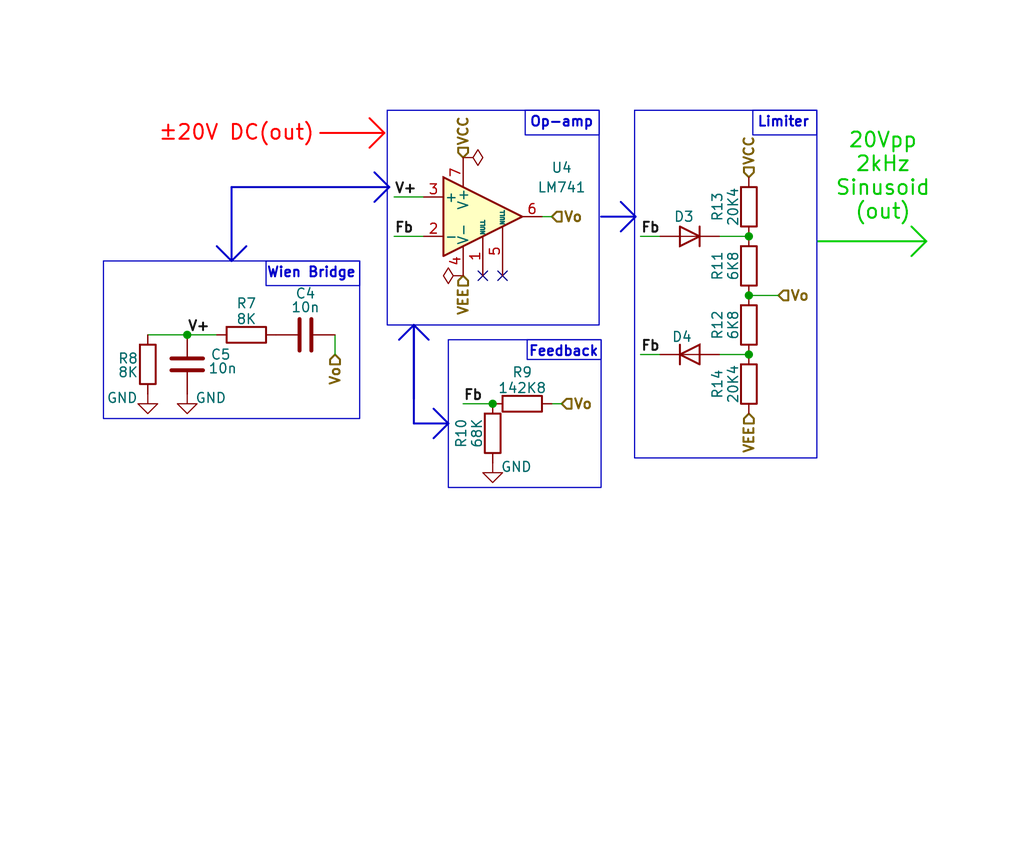
<source format=kicad_sch>
(kicad_sch
	(version 20231120)
	(generator "eeschema")
	(generator_version "8.0")
	(uuid "9eaa71c9-13d7-495a-9705-6e27fc6d65a7")
	(paper "User" 132 110)
	(title_block
		(date "2024-12-06")
		(rev "2.0")
		(company "Bandung Institute of Technology (ITB)")
		(comment 1 "Bostang Palaguna")
		(comment 2 "Designed by:")
	)
	(lib_symbols
		(symbol "Amplifier_Operational:LM741"
			(pin_names
				(offset 0.127)
			)
			(exclude_from_sim no)
			(in_bom yes)
			(on_board yes)
			(property "Reference" "U"
				(at 0 6.35 0)
				(effects
					(font
						(size 1.27 1.27)
					)
					(justify left)
				)
			)
			(property "Value" "LM741"
				(at 0 3.81 0)
				(effects
					(font
						(size 1.27 1.27)
					)
					(justify left)
				)
			)
			(property "Footprint" ""
				(at 1.27 1.27 0)
				(effects
					(font
						(size 1.27 1.27)
					)
					(hide yes)
				)
			)
			(property "Datasheet" "http://www.ti.com/lit/ds/symlink/lm741.pdf"
				(at 3.81 3.81 0)
				(effects
					(font
						(size 1.27 1.27)
					)
					(hide yes)
				)
			)
			(property "Description" "Operational Amplifier, DIP-8/TO-99-8"
				(at 0 0 0)
				(effects
					(font
						(size 1.27 1.27)
					)
					(hide yes)
				)
			)
			(property "ki_keywords" "single opamp"
				(at 0 0 0)
				(effects
					(font
						(size 1.27 1.27)
					)
					(hide yes)
				)
			)
			(property "ki_fp_filters" "SOIC*3.9x4.9mm*P1.27mm* DIP*W7.62mm* TSSOP*3x3mm*P0.65mm*"
				(at 0 0 0)
				(effects
					(font
						(size 1.27 1.27)
					)
					(hide yes)
				)
			)
			(symbol "LM741_0_1"
				(polyline
					(pts
						(xy -5.08 5.08) (xy 5.08 0) (xy -5.08 -5.08) (xy -5.08 5.08)
					)
					(stroke
						(width 0.254)
						(type default)
					)
					(fill
						(type background)
					)
				)
			)
			(symbol "LM741_1_1"
				(pin input line
					(at 0 -7.62 90)
					(length 5.08)
					(name "NULL"
						(effects
							(font
								(size 0.508 0.508)
							)
						)
					)
					(number "1"
						(effects
							(font
								(size 1.27 1.27)
							)
						)
					)
				)
				(pin input line
					(at -7.62 -2.54 0)
					(length 2.54)
					(name "-"
						(effects
							(font
								(size 1.27 1.27)
							)
						)
					)
					(number "2"
						(effects
							(font
								(size 1.27 1.27)
							)
						)
					)
				)
				(pin input line
					(at -7.62 2.54 0)
					(length 2.54)
					(name "+"
						(effects
							(font
								(size 1.27 1.27)
							)
						)
					)
					(number "3"
						(effects
							(font
								(size 1.27 1.27)
							)
						)
					)
				)
				(pin power_in line
					(at -2.54 -7.62 90)
					(length 3.81)
					(name "V-"
						(effects
							(font
								(size 1.27 1.27)
							)
						)
					)
					(number "4"
						(effects
							(font
								(size 1.27 1.27)
							)
						)
					)
				)
				(pin input line
					(at 2.54 -7.62 90)
					(length 6.35)
					(name "NULL"
						(effects
							(font
								(size 0.508 0.508)
							)
						)
					)
					(number "5"
						(effects
							(font
								(size 1.27 1.27)
							)
						)
					)
				)
				(pin output line
					(at 7.62 0 180)
					(length 2.54)
					(name "~"
						(effects
							(font
								(size 1.27 1.27)
							)
						)
					)
					(number "6"
						(effects
							(font
								(size 1.27 1.27)
							)
						)
					)
				)
				(pin power_in line
					(at -2.54 7.62 270)
					(length 3.81)
					(name "V+"
						(effects
							(font
								(size 1.27 1.27)
							)
						)
					)
					(number "7"
						(effects
							(font
								(size 1.27 1.27)
							)
						)
					)
				)
				(pin no_connect line
					(at 0 2.54 270)
					(length 2.54) hide
					(name "NC"
						(effects
							(font
								(size 1.27 1.27)
							)
						)
					)
					(number "8"
						(effects
							(font
								(size 1.27 1.27)
							)
						)
					)
				)
			)
		)
		(symbol "Device:C"
			(pin_numbers hide)
			(pin_names
				(offset 0.254)
			)
			(exclude_from_sim no)
			(in_bom yes)
			(on_board yes)
			(property "Reference" "C"
				(at 0.635 2.54 0)
				(effects
					(font
						(size 1.27 1.27)
					)
					(justify left)
				)
			)
			(property "Value" "C"
				(at 0.635 -2.54 0)
				(effects
					(font
						(size 1.27 1.27)
					)
					(justify left)
				)
			)
			(property "Footprint" ""
				(at 0.9652 -3.81 0)
				(effects
					(font
						(size 1.27 1.27)
					)
					(hide yes)
				)
			)
			(property "Datasheet" "~"
				(at 0 0 0)
				(effects
					(font
						(size 1.27 1.27)
					)
					(hide yes)
				)
			)
			(property "Description" "Unpolarized capacitor"
				(at 0 0 0)
				(effects
					(font
						(size 1.27 1.27)
					)
					(hide yes)
				)
			)
			(property "ki_keywords" "cap capacitor"
				(at 0 0 0)
				(effects
					(font
						(size 1.27 1.27)
					)
					(hide yes)
				)
			)
			(property "ki_fp_filters" "C_*"
				(at 0 0 0)
				(effects
					(font
						(size 1.27 1.27)
					)
					(hide yes)
				)
			)
			(symbol "C_0_1"
				(polyline
					(pts
						(xy -2.032 -0.762) (xy 2.032 -0.762)
					)
					(stroke
						(width 0.508)
						(type default)
					)
					(fill
						(type none)
					)
				)
				(polyline
					(pts
						(xy -2.032 0.762) (xy 2.032 0.762)
					)
					(stroke
						(width 0.508)
						(type default)
					)
					(fill
						(type none)
					)
				)
			)
			(symbol "C_1_1"
				(pin passive line
					(at 0 3.81 270)
					(length 2.794)
					(name "~"
						(effects
							(font
								(size 1.27 1.27)
							)
						)
					)
					(number "1"
						(effects
							(font
								(size 1.27 1.27)
							)
						)
					)
				)
				(pin passive line
					(at 0 -3.81 90)
					(length 2.794)
					(name "~"
						(effects
							(font
								(size 1.27 1.27)
							)
						)
					)
					(number "2"
						(effects
							(font
								(size 1.27 1.27)
							)
						)
					)
				)
			)
		)
		(symbol "Device:D"
			(pin_numbers hide)
			(pin_names
				(offset 1.016) hide)
			(exclude_from_sim no)
			(in_bom yes)
			(on_board yes)
			(property "Reference" "D"
				(at 0 2.54 0)
				(effects
					(font
						(size 1.27 1.27)
					)
				)
			)
			(property "Value" "D"
				(at 0 -2.54 0)
				(effects
					(font
						(size 1.27 1.27)
					)
				)
			)
			(property "Footprint" ""
				(at 0 0 0)
				(effects
					(font
						(size 1.27 1.27)
					)
					(hide yes)
				)
			)
			(property "Datasheet" "~"
				(at 0 0 0)
				(effects
					(font
						(size 1.27 1.27)
					)
					(hide yes)
				)
			)
			(property "Description" "Diode"
				(at 0 0 0)
				(effects
					(font
						(size 1.27 1.27)
					)
					(hide yes)
				)
			)
			(property "Sim.Device" "D"
				(at 0 0 0)
				(effects
					(font
						(size 1.27 1.27)
					)
					(hide yes)
				)
			)
			(property "Sim.Pins" "1=K 2=A"
				(at 0 0 0)
				(effects
					(font
						(size 1.27 1.27)
					)
					(hide yes)
				)
			)
			(property "ki_keywords" "diode"
				(at 0 0 0)
				(effects
					(font
						(size 1.27 1.27)
					)
					(hide yes)
				)
			)
			(property "ki_fp_filters" "TO-???* *_Diode_* *SingleDiode* D_*"
				(at 0 0 0)
				(effects
					(font
						(size 1.27 1.27)
					)
					(hide yes)
				)
			)
			(symbol "D_0_1"
				(polyline
					(pts
						(xy -1.27 1.27) (xy -1.27 -1.27)
					)
					(stroke
						(width 0.254)
						(type default)
					)
					(fill
						(type none)
					)
				)
				(polyline
					(pts
						(xy 1.27 0) (xy -1.27 0)
					)
					(stroke
						(width 0)
						(type default)
					)
					(fill
						(type none)
					)
				)
				(polyline
					(pts
						(xy 1.27 1.27) (xy 1.27 -1.27) (xy -1.27 0) (xy 1.27 1.27)
					)
					(stroke
						(width 0.254)
						(type default)
					)
					(fill
						(type none)
					)
				)
			)
			(symbol "D_1_1"
				(pin passive line
					(at -3.81 0 0)
					(length 2.54)
					(name "K"
						(effects
							(font
								(size 1.27 1.27)
							)
						)
					)
					(number "1"
						(effects
							(font
								(size 1.27 1.27)
							)
						)
					)
				)
				(pin passive line
					(at 3.81 0 180)
					(length 2.54)
					(name "A"
						(effects
							(font
								(size 1.27 1.27)
							)
						)
					)
					(number "2"
						(effects
							(font
								(size 1.27 1.27)
							)
						)
					)
				)
			)
		)
		(symbol "Device:R"
			(pin_numbers hide)
			(pin_names
				(offset 0)
			)
			(exclude_from_sim no)
			(in_bom yes)
			(on_board yes)
			(property "Reference" "R"
				(at 2.032 0 90)
				(effects
					(font
						(size 1.27 1.27)
					)
				)
			)
			(property "Value" "R"
				(at 0 0 90)
				(effects
					(font
						(size 1.27 1.27)
					)
				)
			)
			(property "Footprint" ""
				(at -1.778 0 90)
				(effects
					(font
						(size 1.27 1.27)
					)
					(hide yes)
				)
			)
			(property "Datasheet" "~"
				(at 0 0 0)
				(effects
					(font
						(size 1.27 1.27)
					)
					(hide yes)
				)
			)
			(property "Description" "Resistor"
				(at 0 0 0)
				(effects
					(font
						(size 1.27 1.27)
					)
					(hide yes)
				)
			)
			(property "ki_keywords" "R res resistor"
				(at 0 0 0)
				(effects
					(font
						(size 1.27 1.27)
					)
					(hide yes)
				)
			)
			(property "ki_fp_filters" "R_*"
				(at 0 0 0)
				(effects
					(font
						(size 1.27 1.27)
					)
					(hide yes)
				)
			)
			(symbol "R_0_1"
				(rectangle
					(start -1.016 -2.54)
					(end 1.016 2.54)
					(stroke
						(width 0.254)
						(type default)
					)
					(fill
						(type none)
					)
				)
			)
			(symbol "R_1_1"
				(pin passive line
					(at 0 3.81 270)
					(length 1.27)
					(name "~"
						(effects
							(font
								(size 1.27 1.27)
							)
						)
					)
					(number "1"
						(effects
							(font
								(size 1.27 1.27)
							)
						)
					)
				)
				(pin passive line
					(at 0 -3.81 90)
					(length 1.27)
					(name "~"
						(effects
							(font
								(size 1.27 1.27)
							)
						)
					)
					(number "2"
						(effects
							(font
								(size 1.27 1.27)
							)
						)
					)
				)
			)
		)
		(symbol "power:GND"
			(power)
			(pin_numbers hide)
			(pin_names
				(offset 0) hide)
			(exclude_from_sim no)
			(in_bom yes)
			(on_board yes)
			(property "Reference" "#PWR"
				(at 0 -6.35 0)
				(effects
					(font
						(size 1.27 1.27)
					)
					(hide yes)
				)
			)
			(property "Value" "GND"
				(at 0 -3.81 0)
				(effects
					(font
						(size 1.27 1.27)
					)
				)
			)
			(property "Footprint" ""
				(at 0 0 0)
				(effects
					(font
						(size 1.27 1.27)
					)
					(hide yes)
				)
			)
			(property "Datasheet" ""
				(at 0 0 0)
				(effects
					(font
						(size 1.27 1.27)
					)
					(hide yes)
				)
			)
			(property "Description" "Power symbol creates a global label with name \"GND\" , ground"
				(at 0 0 0)
				(effects
					(font
						(size 1.27 1.27)
					)
					(hide yes)
				)
			)
			(property "ki_keywords" "global power"
				(at 0 0 0)
				(effects
					(font
						(size 1.27 1.27)
					)
					(hide yes)
				)
			)
			(symbol "GND_0_1"
				(polyline
					(pts
						(xy 0 0) (xy 0 -1.27) (xy 1.27 -1.27) (xy 0 -2.54) (xy -1.27 -1.27) (xy 0 -1.27)
					)
					(stroke
						(width 0)
						(type default)
					)
					(fill
						(type none)
					)
				)
			)
			(symbol "GND_1_1"
				(pin power_in line
					(at 0 0 270)
					(length 0)
					(name "~"
						(effects
							(font
								(size 1.27 1.27)
							)
						)
					)
					(number "1"
						(effects
							(font
								(size 1.27 1.27)
							)
						)
					)
				)
			)
		)
		(symbol "power:PWR_FLAG"
			(power)
			(pin_numbers hide)
			(pin_names
				(offset 0) hide)
			(exclude_from_sim no)
			(in_bom yes)
			(on_board yes)
			(property "Reference" "#FLG"
				(at 0 1.905 0)
				(effects
					(font
						(size 1.27 1.27)
					)
					(hide yes)
				)
			)
			(property "Value" "PWR_FLAG"
				(at 0 3.81 0)
				(effects
					(font
						(size 1.27 1.27)
					)
				)
			)
			(property "Footprint" ""
				(at 0 0 0)
				(effects
					(font
						(size 1.27 1.27)
					)
					(hide yes)
				)
			)
			(property "Datasheet" "~"
				(at 0 0 0)
				(effects
					(font
						(size 1.27 1.27)
					)
					(hide yes)
				)
			)
			(property "Description" "Special symbol for telling ERC where power comes from"
				(at 0 0 0)
				(effects
					(font
						(size 1.27 1.27)
					)
					(hide yes)
				)
			)
			(property "ki_keywords" "flag power"
				(at 0 0 0)
				(effects
					(font
						(size 1.27 1.27)
					)
					(hide yes)
				)
			)
			(symbol "PWR_FLAG_0_0"
				(pin power_out line
					(at 0 0 90)
					(length 0)
					(name "~"
						(effects
							(font
								(size 1.27 1.27)
							)
						)
					)
					(number "1"
						(effects
							(font
								(size 1.27 1.27)
							)
						)
					)
				)
			)
			(symbol "PWR_FLAG_0_1"
				(polyline
					(pts
						(xy 0 0) (xy 0 1.27) (xy -1.016 1.905) (xy 0 2.54) (xy 1.016 1.905) (xy 0 1.27)
					)
					(stroke
						(width 0)
						(type default)
					)
					(fill
						(type none)
					)
				)
			)
		)
	)
	(junction
		(at 96.52 38.1)
		(diameter 0)
		(color 0 0 0 0)
		(uuid "08b7baed-09b9-4e6e-af71-8b1d377a5ab6")
	)
	(junction
		(at 24.13 43.18)
		(diameter 0)
		(color 0 0 0 0)
		(uuid "272ec87d-837b-492f-918e-5ebba84070c7")
	)
	(junction
		(at 63.5 52.07)
		(diameter 0)
		(color 0 0 0 0)
		(uuid "9d1fd225-f7ae-42c4-91f8-acebbcca0b7f")
	)
	(junction
		(at 96.52 45.72)
		(diameter 0)
		(color 0 0 0 0)
		(uuid "cb9e306f-8281-4a93-a255-fe3b6f257a9b")
	)
	(junction
		(at 96.52 30.48)
		(diameter 0)
		(color 0 0 0 0)
		(uuid "e4545f1d-ea43-438c-b9ad-9af3bbb769ee")
	)
	(no_connect
		(at 62.23 35.56)
		(uuid "4dedc0cc-a293-46f2-b95b-15f3cb020295")
	)
	(no_connect
		(at 64.77 35.56)
		(uuid "bf392f05-ba8d-458a-8c70-f2a35a0adafe")
	)
	(wire
		(pts
			(xy 92.71 45.72) (xy 96.52 45.72)
		)
		(stroke
			(width 0)
			(type default)
		)
		(uuid "00056eef-a4fa-4dfd-87fd-db1fa10e8f6c")
	)
	(polyline
		(pts
			(xy 29.845 24.13) (xy 29.845 33.655)
		)
		(stroke
			(width 0.254)
			(type default)
		)
		(uuid "03deb0c5-bdb6-468f-83be-4a929390a194")
	)
	(polyline
		(pts
			(xy 80.01 29.845) (xy 81.915 27.94)
		)
		(stroke
			(width 0.254)
			(type default)
		)
		(uuid "0a4f9a78-f087-4fe7-a675-015ef90aa524")
	)
	(wire
		(pts
			(xy 19.05 43.18) (xy 24.13 43.18)
		)
		(stroke
			(width 0)
			(type default)
		)
		(uuid "29830b7b-0577-4ede-8bc0-470db6e54e74")
	)
	(wire
		(pts
			(xy 43.18 45.72) (xy 43.18 43.18)
		)
		(stroke
			(width 0)
			(type default)
		)
		(uuid "2f81763a-046d-4978-8529-606527da3e0f")
	)
	(polyline
		(pts
			(xy 80.01 26.035) (xy 81.915 27.94)
		)
		(stroke
			(width 0.254)
			(type default)
		)
		(uuid "34c59c26-7004-44f6-a345-509de6bc8b4d")
	)
	(wire
		(pts
			(xy 24.13 43.18) (xy 27.94 43.18)
		)
		(stroke
			(width 0)
			(type default)
		)
		(uuid "3544a888-167b-4f9c-a786-a86f89b6eb6b")
	)
	(polyline
		(pts
			(xy 53.34 54.61) (xy 57.785 54.61)
		)
		(stroke
			(width 0.254)
			(type default)
		)
		(uuid "380870a2-65f7-43e6-b26f-588024709d83")
	)
	(wire
		(pts
			(xy 71.12 27.94) (xy 69.85 27.94)
		)
		(stroke
			(width 0)
			(type default)
		)
		(uuid "3a8e90f5-da41-40b5-87e5-2c2bbe7ef738")
	)
	(wire
		(pts
			(xy 50.8 25.4) (xy 54.61 25.4)
		)
		(stroke
			(width 0)
			(type default)
		)
		(uuid "42a16945-1c0e-477c-9d69-b31adb2826dd")
	)
	(polyline
		(pts
			(xy 51.435 43.815) (xy 53.34 41.91)
		)
		(stroke
			(width 0.254)
			(type default)
		)
		(uuid "54cf2525-ed37-49c1-a892-dcbfd79df005")
	)
	(polyline
		(pts
			(xy 117.475 33.02) (xy 119.38 31.115)
		)
		(stroke
			(width 0.254)
			(type default)
			(color 0 194 0 1)
		)
		(uuid "5790b6a7-9372-4a09-8c3a-c317d095b271")
	)
	(polyline
		(pts
			(xy 47.625 19.05) (xy 49.53 17.145)
		)
		(stroke
			(width 0.254)
			(type default)
			(color 255 0 0 1)
		)
		(uuid "5d1ce918-e381-4a7c-a66f-cbbf23c4b5cc")
	)
	(polyline
		(pts
			(xy 48.26 26.035) (xy 50.165 24.13)
		)
		(stroke
			(width 0.254)
			(type default)
		)
		(uuid "61fe7dff-da8e-4880-97ca-6ff59324dfdf")
	)
	(polyline
		(pts
			(xy 27.94 31.75) (xy 29.845 33.655)
		)
		(stroke
			(width 0.254)
			(type default)
		)
		(uuid "64445fd3-7813-4baf-a3e9-02b4432c5e9b")
	)
	(polyline
		(pts
			(xy 55.88 52.705) (xy 57.785 54.61)
		)
		(stroke
			(width 0.254)
			(type default)
		)
		(uuid "6bc1bc19-e5d0-4d03-a40b-468d5286a712")
	)
	(polyline
		(pts
			(xy 53.34 54.61) (xy 53.34 41.91)
		)
		(stroke
			(width 0.254)
			(type default)
		)
		(uuid "86557dfb-8f55-4585-adc2-8a893ef3ef35")
	)
	(wire
		(pts
			(xy 59.69 52.07) (xy 63.5 52.07)
		)
		(stroke
			(width 0)
			(type default)
		)
		(uuid "9ff1c8dc-1f1e-451a-9f03-b28695cfbfef")
	)
	(wire
		(pts
			(xy 82.55 30.48) (xy 85.09 30.48)
		)
		(stroke
			(width 0)
			(type default)
		)
		(uuid "a22a7fe9-2bd5-4cc6-8a84-a4eb151155a3")
	)
	(wire
		(pts
			(xy 72.39 52.07) (xy 71.12 52.07)
		)
		(stroke
			(width 0)
			(type default)
		)
		(uuid "a6bf2c2e-92be-48c2-8495-5b7cc204761a")
	)
	(wire
		(pts
			(xy 82.55 45.72) (xy 85.09 45.72)
		)
		(stroke
			(width 0)
			(type default)
		)
		(uuid "a81565dd-0c3b-4dac-bcfd-bcaf16dc9541")
	)
	(polyline
		(pts
			(xy 31.75 31.75) (xy 29.845 33.655)
		)
		(stroke
			(width 0.254)
			(type default)
		)
		(uuid "b80ca7ec-5139-4f98-9266-443f4c064819")
	)
	(wire
		(pts
			(xy 92.71 30.48) (xy 96.52 30.48)
		)
		(stroke
			(width 0)
			(type default)
		)
		(uuid "b967450c-e674-47e3-b765-c0fbcb69aedf")
	)
	(wire
		(pts
			(xy 50.8 30.48) (xy 54.61 30.48)
		)
		(stroke
			(width 0)
			(type default)
		)
		(uuid "ba81a281-0f88-4306-8ab8-01d33c0b9a7e")
	)
	(polyline
		(pts
			(xy 55.245 43.815) (xy 53.34 41.91)
		)
		(stroke
			(width 0.254)
			(type default)
		)
		(uuid "cc18af82-792c-4f7d-a5a6-70cb06f84373")
	)
	(polyline
		(pts
			(xy 48.26 22.225) (xy 50.165 24.13)
		)
		(stroke
			(width 0.254)
			(type default)
		)
		(uuid "cf43aaef-6b41-4ad1-bf22-674bed638395")
	)
	(polyline
		(pts
			(xy 53.34 41.91) (xy 53.34 51.435)
		)
		(stroke
			(width 0.254)
			(type default)
		)
		(uuid "cfee5cfb-2c17-475b-a8c2-a1b04f5f0137")
	)
	(polyline
		(pts
			(xy 55.88 56.515) (xy 57.785 54.61)
		)
		(stroke
			(width 0.254)
			(type default)
		)
		(uuid "d24edcc5-83c9-42ea-a8f5-6b59b324c94e")
	)
	(polyline
		(pts
			(xy 41.275 17.145) (xy 49.53 17.145)
		)
		(stroke
			(width 0.254)
			(type default)
			(color 255 0 0 1)
		)
		(uuid "d4c8bf3f-b4c8-468c-a7a8-f775be26f66d")
	)
	(polyline
		(pts
			(xy 47.625 15.24) (xy 49.53 17.145)
		)
		(stroke
			(width 0.254)
			(type default)
			(color 255 0 0 1)
		)
		(uuid "dc40f620-5137-4828-b164-dd1953c737ce")
	)
	(polyline
		(pts
			(xy 105.41 31.115) (xy 119.38 31.115)
		)
		(stroke
			(width 0.254)
			(type default)
			(color 0 194 0 1)
		)
		(uuid "eb602251-642d-4f7b-92b3-b88d59f00b7e")
	)
	(polyline
		(pts
			(xy 29.845 24.13) (xy 50.165 24.13)
		)
		(stroke
			(width 0.254)
			(type default)
		)
		(uuid "ec8a079d-9e39-4889-b7af-96408b7b6155")
	)
	(polyline
		(pts
			(xy 117.475 29.21) (xy 119.38 31.115)
		)
		(stroke
			(width 0.254)
			(type default)
			(color 0 194 0 1)
		)
		(uuid "f40fb454-a2e6-45e7-a9d3-635c48577e35")
	)
	(polyline
		(pts
			(xy 77.47 27.94) (xy 81.915 27.94)
		)
		(stroke
			(width 0.254)
			(type default)
		)
		(uuid "f57847af-bdd7-462d-9ea3-43d8d796bb22")
	)
	(wire
		(pts
			(xy 100.33 38.1) (xy 96.52 38.1)
		)
		(stroke
			(width 0)
			(type default)
		)
		(uuid "f758a16b-362a-44ba-b688-d58c964f04c0")
	)
	(rectangle
		(start 49.911 14.224)
		(end 77.216 41.91)
		(stroke
			(width 0)
			(type default)
		)
		(fill
			(type none)
		)
		(uuid 0e2a3108-0227-4f75-8fc4-e150eb25cf64)
	)
	(rectangle
		(start 81.788 14.224)
		(end 105.283 59.055)
		(stroke
			(width 0)
			(type default)
		)
		(fill
			(type none)
		)
		(uuid 5750fb73-f025-48bb-ac79-2c466d444e1a)
	)
	(rectangle
		(start 34.29 33.655)
		(end 46.355 36.83)
		(stroke
			(width 0)
			(type default)
		)
		(fill
			(type none)
		)
		(uuid a9094923-78af-439b-9595-b4e9abd3857f)
	)
	(rectangle
		(start 67.691 14.224)
		(end 77.216 17.399)
		(stroke
			(width 0)
			(type default)
		)
		(fill
			(type none)
		)
		(uuid b32e167d-43b5-4105-a033-6235a3c46f87)
	)
	(rectangle
		(start 13.335 33.655)
		(end 46.355 53.975)
		(stroke
			(width 0)
			(type default)
		)
		(fill
			(type none)
		)
		(uuid be098bf2-61f1-45ed-bb0f-a728f8887c3a)
	)
	(rectangle
		(start 57.785 43.815)
		(end 77.47 62.865)
		(stroke
			(width 0)
			(type default)
		)
		(fill
			(type none)
		)
		(uuid d954847c-5c9c-44de-bb55-17b966040817)
	)
	(rectangle
		(start 67.945 43.815)
		(end 77.47 46.355)
		(stroke
			(width 0)
			(type default)
		)
		(fill
			(type none)
		)
		(uuid e8eab4f9-c0da-487b-ad91-0824a21ffdd8)
	)
	(rectangle
		(start 97.028 14.224)
		(end 105.283 17.399)
		(stroke
			(width 0)
			(type default)
		)
		(fill
			(type none)
		)
		(uuid fcd926a0-45a1-452c-9e9b-5720fc038e52)
	)
	(text "Feedback"
		(exclude_from_sim no)
		(at 72.644 45.466 0)
		(effects
			(font
				(size 1.27 1.27)
				(thickness 0.254)
				(bold yes)
			)
		)
		(uuid "02c4ac83-3815-47a6-a362-8e3eb682ada1")
	)
	(text "Limiter"
		(exclude_from_sim no)
		(at 100.965 15.875 0)
		(effects
			(font
				(size 1.27 1.27)
				(thickness 0.254)
				(bold yes)
			)
		)
		(uuid "0672de31-4c80-4f53-bd2b-d563c6492bc1")
	)
	(text "Wien Bridge"
		(exclude_from_sim no)
		(at 40.132 35.306 0)
		(effects
			(font
				(size 1.27 1.27)
				(thickness 0.254)
				(bold yes)
			)
		)
		(uuid "2c5161f0-160a-4687-a07b-504122e40bb3")
	)
	(text "±20V DC(out)"
		(exclude_from_sim no)
		(at 30.48 17.272 0)
		(effects
			(font
				(size 1.905 1.905)
				(thickness 0.254)
				(bold yes)
				(color 255 0 0 1)
			)
		)
		(uuid "2e88617f-44dc-4179-90cb-14080f7e56a6")
	)
	(text "20Vpp\n2kHz\nSinusoid\n(out)"
		(exclude_from_sim no)
		(at 113.792 22.86 0)
		(effects
			(font
				(size 1.905 1.905)
				(thickness 0.254)
				(bold yes)
				(color 0 194 0 1)
			)
		)
		(uuid "742adaa1-bdae-45b5-b634-537a3a26429b")
	)
	(text "Op-amp"
		(exclude_from_sim no)
		(at 72.39 15.875 0)
		(effects
			(font
				(size 1.27 1.27)
				(thickness 0.254)
				(bold yes)
			)
		)
		(uuid "f4305f42-286a-44a2-97d9-688c4f141312")
	)
	(label "V+"
		(at 50.8 25.4 0)
		(fields_autoplaced yes)
		(effects
			(font
				(size 1.27 1.27)
				(thickness 0.254)
				(bold yes)
			)
			(justify left bottom)
		)
		(uuid "290a8187-bfce-4044-8657-e07e961fa85d")
	)
	(label "Fb"
		(at 82.55 45.72 0)
		(fields_autoplaced yes)
		(effects
			(font
				(size 1.27 1.27)
				(thickness 0.254)
				(bold yes)
			)
			(justify left bottom)
		)
		(uuid "4b958182-3e73-482e-a1c7-384f4093044d")
	)
	(label "Fb"
		(at 82.55 30.48 0)
		(fields_autoplaced yes)
		(effects
			(font
				(size 1.27 1.27)
				(thickness 0.254)
				(bold yes)
			)
			(justify left bottom)
		)
		(uuid "743e3b6c-e5e7-4719-83cd-18348a70dc2f")
	)
	(label "V+"
		(at 24.13 43.18 0)
		(fields_autoplaced yes)
		(effects
			(font
				(size 1.27 1.27)
				(thickness 0.254)
				(bold yes)
			)
			(justify left bottom)
		)
		(uuid "8473f37e-8ee1-4aa6-a159-990f1bc46f45")
	)
	(label "Fb"
		(at 59.69 52.07 0)
		(fields_autoplaced yes)
		(effects
			(font
				(size 1.27 1.27)
				(thickness 0.254)
				(bold yes)
			)
			(justify left bottom)
		)
		(uuid "9ce78b43-b78d-4c47-9985-4b258fb51fd8")
	)
	(label "Fb"
		(at 50.8 30.48 0)
		(fields_autoplaced yes)
		(effects
			(font
				(size 1.27 1.27)
				(thickness 0.254)
				(bold yes)
			)
			(justify left bottom)
		)
		(uuid "a5dbbaf8-af9c-452d-a8fa-bbd924c844e6")
	)
	(hierarchical_label "VEE"
		(shape input)
		(at 96.52 53.34 270)
		(fields_autoplaced yes)
		(effects
			(font
				(size 1.27 1.27)
				(thickness 0.254)
				(bold yes)
			)
			(justify right)
		)
		(uuid "004f3c70-4ad9-4762-ae03-a2319e3f5f51")
	)
	(hierarchical_label "VCC"
		(shape input)
		(at 96.52 22.86 90)
		(fields_autoplaced yes)
		(effects
			(font
				(size 1.27 1.27)
				(thickness 0.254)
				(bold yes)
			)
			(justify left)
		)
		(uuid "185b1ba7-3da1-4d16-85f0-38bf1b07ebc5")
	)
	(hierarchical_label "Vo"
		(shape input)
		(at 71.12 27.94 0)
		(fields_autoplaced yes)
		(effects
			(font
				(size 1.27 1.27)
				(thickness 0.254)
				(bold yes)
			)
			(justify left)
		)
		(uuid "2f4c4ebc-ccb3-4065-a59b-8e301eb95582")
	)
	(hierarchical_label "VCC"
		(shape input)
		(at 59.69 20.32 90)
		(fields_autoplaced yes)
		(effects
			(font
				(size 1.27 1.27)
				(thickness 0.254)
				(bold yes)
			)
			(justify left)
		)
		(uuid "4554509d-ba8a-4a5f-b5b2-2e1a8ec17f68")
	)
	(hierarchical_label "Vo"
		(shape input)
		(at 72.39 52.07 0)
		(fields_autoplaced yes)
		(effects
			(font
				(size 1.27 1.27)
				(thickness 0.254)
				(bold yes)
			)
			(justify left)
		)
		(uuid "5bf83bdb-ab6b-42bd-97bc-66cb905122b6")
	)
	(hierarchical_label "VEE"
		(shape input)
		(at 59.69 35.56 270)
		(fields_autoplaced yes)
		(effects
			(font
				(size 1.27 1.27)
				(thickness 0.254)
				(bold yes)
			)
			(justify right)
		)
		(uuid "cf929898-995d-4e71-bc42-08d4ffee19a3")
	)
	(hierarchical_label "Vo"
		(shape input)
		(at 43.18 45.72 270)
		(fields_autoplaced yes)
		(effects
			(font
				(size 1.27 1.27)
				(thickness 0.254)
				(bold yes)
			)
			(justify right)
		)
		(uuid "df918f25-3e5b-4cd6-83d2-c2dc4b43f2bc")
	)
	(hierarchical_label "Vo"
		(shape input)
		(at 100.33 38.1 0)
		(fields_autoplaced yes)
		(effects
			(font
				(size 1.27 1.27)
				(thickness 0.254)
				(bold yes)
			)
			(justify left)
		)
		(uuid "e299ee5a-1427-44dc-90bd-ae73915d7989")
	)
	(symbol
		(lib_id "Device:R")
		(at 96.52 26.67 180)
		(unit 1)
		(exclude_from_sim no)
		(in_bom yes)
		(on_board yes)
		(dnp no)
		(uuid "1292e53b-971e-4f53-b121-e0c7651060bc")
		(property "Reference" "R13"
			(at 92.456 26.67 90)
			(effects
				(font
					(size 1.27 1.27)
				)
			)
		)
		(property "Value" "20K4"
			(at 94.488 26.67 90)
			(effects
				(font
					(size 1.27 1.27)
				)
			)
		)
		(property "Footprint" "Resistor_SMD:R_0805_2012Metric"
			(at 98.298 26.67 90)
			(effects
				(font
					(size 1.27 1.27)
				)
				(hide yes)
			)
		)
		(property "Datasheet" "~"
			(at 96.52 26.67 0)
			(effects
				(font
					(size 1.27 1.27)
				)
				(hide yes)
			)
		)
		(property "Description" "Resistor"
			(at 96.52 26.67 0)
			(effects
				(font
					(size 1.27 1.27)
				)
				(hide yes)
			)
		)
		(pin "2"
			(uuid "a11274e6-7a4a-44b9-97ed-d3068cebdcdd")
		)
		(pin "1"
			(uuid "4d65d7ab-1961-4f10-9346-b807408e8cab")
		)
		(instances
			(project "Oscillator"
				(path "/1d29a7fc-1fbc-4199-a284-9ee32b286530/97819619-fb50-46fb-ae63-8f8da4fd6248"
					(reference "R13")
					(unit 1)
				)
			)
		)
	)
	(symbol
		(lib_id "Device:R")
		(at 31.75 43.18 90)
		(unit 1)
		(exclude_from_sim no)
		(in_bom yes)
		(on_board yes)
		(dnp no)
		(uuid "15ee12c6-9690-4d27-a1ef-ae7a597d8ab8")
		(property "Reference" "R7"
			(at 31.75 39.116 90)
			(effects
				(font
					(size 1.27 1.27)
				)
			)
		)
		(property "Value" "8K"
			(at 31.75 41.148 90)
			(effects
				(font
					(size 1.27 1.27)
				)
			)
		)
		(property "Footprint" "Resistor_SMD:R_0805_2012Metric"
			(at 31.75 44.958 90)
			(effects
				(font
					(size 1.27 1.27)
				)
				(hide yes)
			)
		)
		(property "Datasheet" "~"
			(at 31.75 43.18 0)
			(effects
				(font
					(size 1.27 1.27)
				)
				(hide yes)
			)
		)
		(property "Description" "Resistor"
			(at 31.75 43.18 0)
			(effects
				(font
					(size 1.27 1.27)
				)
				(hide yes)
			)
		)
		(pin "2"
			(uuid "0861f6e1-dde5-40c8-acaa-c16c4bd2dc37")
		)
		(pin "1"
			(uuid "1f8a5bb5-6439-4910-9eec-56d2d2d28e57")
		)
		(instances
			(project ""
				(path "/1d29a7fc-1fbc-4199-a284-9ee32b286530/97819619-fb50-46fb-ae63-8f8da4fd6248"
					(reference "R7")
					(unit 1)
				)
			)
		)
	)
	(symbol
		(lib_id "power:PWR_FLAG")
		(at 59.69 35.56 90)
		(unit 1)
		(exclude_from_sim no)
		(in_bom yes)
		(on_board yes)
		(dnp no)
		(fields_autoplaced yes)
		(uuid "387069df-dd9c-4cee-a205-2b77ed2cea99")
		(property "Reference" "#FLG05"
			(at 57.785 35.56 0)
			(effects
				(font
					(size 1.27 1.27)
				)
				(hide yes)
			)
		)
		(property "Value" "PWR_FLAG"
			(at 55.88 35.5601 90)
			(effects
				(font
					(size 1.27 1.27)
				)
				(justify left)
				(hide yes)
			)
		)
		(property "Footprint" ""
			(at 59.69 35.56 0)
			(effects
				(font
					(size 1.27 1.27)
				)
				(hide yes)
			)
		)
		(property "Datasheet" "~"
			(at 59.69 35.56 0)
			(effects
				(font
					(size 1.27 1.27)
				)
				(hide yes)
			)
		)
		(property "Description" "Special symbol for telling ERC where power comes from"
			(at 59.69 35.56 0)
			(effects
				(font
					(size 1.27 1.27)
				)
				(hide yes)
			)
		)
		(pin "1"
			(uuid "dfb3d79c-2e82-467f-ba1f-78aa63e87ba6")
		)
		(instances
			(project "Oscillator"
				(path "/1d29a7fc-1fbc-4199-a284-9ee32b286530/97819619-fb50-46fb-ae63-8f8da4fd6248"
					(reference "#FLG05")
					(unit 1)
				)
			)
		)
	)
	(symbol
		(lib_id "power:PWR_FLAG")
		(at 59.69 20.32 270)
		(unit 1)
		(exclude_from_sim no)
		(in_bom yes)
		(on_board yes)
		(dnp no)
		(fields_autoplaced yes)
		(uuid "57ad73c6-be0d-4323-b2a9-8d6ccae33e51")
		(property "Reference" "#FLG04"
			(at 61.595 20.32 0)
			(effects
				(font
					(size 1.27 1.27)
				)
				(hide yes)
			)
		)
		(property "Value" "PWR_FLAG"
			(at 63.5 20.3199 90)
			(effects
				(font
					(size 1.27 1.27)
				)
				(justify left)
				(hide yes)
			)
		)
		(property "Footprint" ""
			(at 59.69 20.32 0)
			(effects
				(font
					(size 1.27 1.27)
				)
				(hide yes)
			)
		)
		(property "Datasheet" "~"
			(at 59.69 20.32 0)
			(effects
				(font
					(size 1.27 1.27)
				)
				(hide yes)
			)
		)
		(property "Description" "Special symbol for telling ERC where power comes from"
			(at 59.69 20.32 0)
			(effects
				(font
					(size 1.27 1.27)
				)
				(hide yes)
			)
		)
		(pin "1"
			(uuid "3a8a8587-4ef0-487e-a5dc-e5094d503155")
		)
		(instances
			(project ""
				(path "/1d29a7fc-1fbc-4199-a284-9ee32b286530/97819619-fb50-46fb-ae63-8f8da4fd6248"
					(reference "#FLG04")
					(unit 1)
				)
			)
		)
	)
	(symbol
		(lib_id "Device:R")
		(at 96.52 34.29 180)
		(unit 1)
		(exclude_from_sim no)
		(in_bom yes)
		(on_board yes)
		(dnp no)
		(uuid "889dd009-1af5-42a1-8052-04d311022073")
		(property "Reference" "R11"
			(at 92.456 34.29 90)
			(effects
				(font
					(size 1.27 1.27)
				)
			)
		)
		(property "Value" "6K8"
			(at 94.488 34.29 90)
			(effects
				(font
					(size 1.27 1.27)
				)
			)
		)
		(property "Footprint" "Resistor_SMD:R_0805_2012Metric"
			(at 98.298 34.29 90)
			(effects
				(font
					(size 1.27 1.27)
				)
				(hide yes)
			)
		)
		(property "Datasheet" "~"
			(at 96.52 34.29 0)
			(effects
				(font
					(size 1.27 1.27)
				)
				(hide yes)
			)
		)
		(property "Description" "Resistor"
			(at 96.52 34.29 0)
			(effects
				(font
					(size 1.27 1.27)
				)
				(hide yes)
			)
		)
		(pin "2"
			(uuid "90356a63-2806-47e7-87e5-bfcff1a6091e")
		)
		(pin "1"
			(uuid "3c31cf9e-bae7-4897-b1b5-014b8b7c8a63")
		)
		(instances
			(project "Oscillator"
				(path "/1d29a7fc-1fbc-4199-a284-9ee32b286530/97819619-fb50-46fb-ae63-8f8da4fd6248"
					(reference "R11")
					(unit 1)
				)
			)
		)
	)
	(symbol
		(lib_id "Device:D")
		(at 88.9 30.48 180)
		(unit 1)
		(exclude_from_sim no)
		(in_bom yes)
		(on_board yes)
		(dnp no)
		(uuid "8a0927b2-182e-4b7c-b603-d81a25c26dcf")
		(property "Reference" "D3"
			(at 88.138 27.94 0)
			(effects
				(font
					(size 1.27 1.27)
				)
			)
		)
		(property "Value" "D"
			(at 88.9 26.67 0)
			(effects
				(font
					(size 1.27 1.27)
				)
				(hide yes)
			)
		)
		(property "Footprint" "Diode_SMD:D_SOD-323"
			(at 88.9 30.48 0)
			(effects
				(font
					(size 1.27 1.27)
				)
				(hide yes)
			)
		)
		(property "Datasheet" "~"
			(at 88.9 30.48 0)
			(effects
				(font
					(size 1.27 1.27)
				)
				(hide yes)
			)
		)
		(property "Description" "Diode"
			(at 88.9 30.48 0)
			(effects
				(font
					(size 1.27 1.27)
				)
				(hide yes)
			)
		)
		(property "Sim.Device" "D"
			(at 88.9 30.48 0)
			(effects
				(font
					(size 1.27 1.27)
				)
				(hide yes)
			)
		)
		(property "Sim.Pins" "1=K 2=A"
			(at 88.9 30.48 0)
			(effects
				(font
					(size 1.27 1.27)
				)
				(hide yes)
			)
		)
		(pin "2"
			(uuid "a00d7da9-208b-4daa-8830-09e5e403f7a1")
		)
		(pin "1"
			(uuid "3bb92003-0537-4fed-a642-fbc7f4e40b7b")
		)
		(instances
			(project ""
				(path "/1d29a7fc-1fbc-4199-a284-9ee32b286530/97819619-fb50-46fb-ae63-8f8da4fd6248"
					(reference "D3")
					(unit 1)
				)
			)
		)
	)
	(symbol
		(lib_id "power:GND")
		(at 63.5 59.69 0)
		(unit 1)
		(exclude_from_sim no)
		(in_bom yes)
		(on_board yes)
		(dnp no)
		(uuid "97bcef86-d247-40c3-b063-90a1d963f564")
		(property "Reference" "#PWR020"
			(at 63.5 66.04 0)
			(effects
				(font
					(size 1.27 1.27)
				)
				(hide yes)
			)
		)
		(property "Value" "GND"
			(at 66.548 60.198 0)
			(effects
				(font
					(size 1.27 1.27)
				)
			)
		)
		(property "Footprint" ""
			(at 63.5 59.69 0)
			(effects
				(font
					(size 1.27 1.27)
				)
				(hide yes)
			)
		)
		(property "Datasheet" ""
			(at 63.5 59.69 0)
			(effects
				(font
					(size 1.27 1.27)
				)
				(hide yes)
			)
		)
		(property "Description" "Power symbol creates a global label with name \"GND\" , ground"
			(at 63.5 59.69 0)
			(effects
				(font
					(size 1.27 1.27)
				)
				(hide yes)
			)
		)
		(pin "1"
			(uuid "85c0fc40-7280-43b9-be90-56ed50e7fb34")
		)
		(instances
			(project "Oscillator"
				(path "/1d29a7fc-1fbc-4199-a284-9ee32b286530/97819619-fb50-46fb-ae63-8f8da4fd6248"
					(reference "#PWR020")
					(unit 1)
				)
			)
		)
	)
	(symbol
		(lib_id "Device:R")
		(at 96.52 49.53 180)
		(unit 1)
		(exclude_from_sim no)
		(in_bom yes)
		(on_board yes)
		(dnp no)
		(uuid "9c2eeeb9-b1aa-47c7-b7c4-8c68e763b2a7")
		(property "Reference" "R14"
			(at 92.456 49.53 90)
			(effects
				(font
					(size 1.27 1.27)
				)
			)
		)
		(property "Value" "20K4"
			(at 94.488 49.53 90)
			(effects
				(font
					(size 1.27 1.27)
				)
			)
		)
		(property "Footprint" "Resistor_SMD:R_0805_2012Metric"
			(at 98.298 49.53 90)
			(effects
				(font
					(size 1.27 1.27)
				)
				(hide yes)
			)
		)
		(property "Datasheet" "~"
			(at 96.52 49.53 0)
			(effects
				(font
					(size 1.27 1.27)
				)
				(hide yes)
			)
		)
		(property "Description" "Resistor"
			(at 96.52 49.53 0)
			(effects
				(font
					(size 1.27 1.27)
				)
				(hide yes)
			)
		)
		(pin "2"
			(uuid "09a0b803-6e42-48fa-ad55-625a91842d97")
		)
		(pin "1"
			(uuid "c66304c6-8f17-474a-b69d-92f548dfdbc1")
		)
		(instances
			(project "Oscillator"
				(path "/1d29a7fc-1fbc-4199-a284-9ee32b286530/97819619-fb50-46fb-ae63-8f8da4fd6248"
					(reference "R14")
					(unit 1)
				)
			)
		)
	)
	(symbol
		(lib_id "Device:C")
		(at 39.37 43.18 90)
		(unit 1)
		(exclude_from_sim no)
		(in_bom yes)
		(on_board yes)
		(dnp no)
		(uuid "a621b15f-9fcc-498e-a8e2-59d5a408f96f")
		(property "Reference" "C4"
			(at 39.37 37.846 90)
			(effects
				(font
					(size 1.27 1.27)
				)
			)
		)
		(property "Value" "10n"
			(at 39.37 39.624 90)
			(effects
				(font
					(size 1.27 1.27)
				)
			)
		)
		(property "Footprint" "Capacitor_SMD:C_0805_2012Metric"
			(at 43.18 42.2148 0)
			(effects
				(font
					(size 1.27 1.27)
				)
				(hide yes)
			)
		)
		(property "Datasheet" "~"
			(at 39.37 43.18 0)
			(effects
				(font
					(size 1.27 1.27)
				)
				(hide yes)
			)
		)
		(property "Description" "Unpolarized capacitor"
			(at 39.37 43.18 0)
			(effects
				(font
					(size 1.27 1.27)
				)
				(hide yes)
			)
		)
		(pin "2"
			(uuid "dda943d5-be41-4ec2-95ab-9611b7a90321")
		)
		(pin "1"
			(uuid "f42b5923-b722-4cbd-9755-376d1214a313")
		)
		(instances
			(project ""
				(path "/1d29a7fc-1fbc-4199-a284-9ee32b286530/97819619-fb50-46fb-ae63-8f8da4fd6248"
					(reference "C4")
					(unit 1)
				)
			)
		)
	)
	(symbol
		(lib_id "Device:D")
		(at 88.9 45.72 0)
		(unit 1)
		(exclude_from_sim no)
		(in_bom yes)
		(on_board yes)
		(dnp no)
		(uuid "aa3436dd-3051-4424-933f-e75c3bb80c85")
		(property "Reference" "D4"
			(at 87.884 43.434 0)
			(effects
				(font
					(size 1.27 1.27)
				)
			)
		)
		(property "Value" "D"
			(at 88.9 41.91 0)
			(effects
				(font
					(size 1.27 1.27)
				)
				(hide yes)
			)
		)
		(property "Footprint" "Diode_SMD:D_SOD-323"
			(at 88.9 45.72 0)
			(effects
				(font
					(size 1.27 1.27)
				)
				(hide yes)
			)
		)
		(property "Datasheet" "~"
			(at 88.9 45.72 0)
			(effects
				(font
					(size 1.27 1.27)
				)
				(hide yes)
			)
		)
		(property "Description" "Diode"
			(at 88.9 45.72 0)
			(effects
				(font
					(size 1.27 1.27)
				)
				(hide yes)
			)
		)
		(property "Sim.Device" "D"
			(at 88.9 45.72 0)
			(effects
				(font
					(size 1.27 1.27)
				)
				(hide yes)
			)
		)
		(property "Sim.Pins" "1=K 2=A"
			(at 88.9 45.72 0)
			(effects
				(font
					(size 1.27 1.27)
				)
				(hide yes)
			)
		)
		(pin "2"
			(uuid "67ff2fda-17ee-48b9-8c94-5401d662695c")
		)
		(pin "1"
			(uuid "6c64260e-f9e2-4006-a1a5-69f358dde964")
		)
		(instances
			(project "Oscillator"
				(path "/1d29a7fc-1fbc-4199-a284-9ee32b286530/97819619-fb50-46fb-ae63-8f8da4fd6248"
					(reference "D4")
					(unit 1)
				)
			)
		)
	)
	(symbol
		(lib_id "power:GND")
		(at 19.05 50.8 0)
		(unit 1)
		(exclude_from_sim no)
		(in_bom yes)
		(on_board yes)
		(dnp no)
		(uuid "af375810-1e11-46ba-a443-10fbb0d8b8e5")
		(property "Reference" "#PWR019"
			(at 19.05 57.15 0)
			(effects
				(font
					(size 1.27 1.27)
				)
				(hide yes)
			)
		)
		(property "Value" "GND"
			(at 15.748 51.308 0)
			(effects
				(font
					(size 1.27 1.27)
				)
			)
		)
		(property "Footprint" ""
			(at 19.05 50.8 0)
			(effects
				(font
					(size 1.27 1.27)
				)
				(hide yes)
			)
		)
		(property "Datasheet" ""
			(at 19.05 50.8 0)
			(effects
				(font
					(size 1.27 1.27)
				)
				(hide yes)
			)
		)
		(property "Description" "Power symbol creates a global label with name \"GND\" , ground"
			(at 19.05 50.8 0)
			(effects
				(font
					(size 1.27 1.27)
				)
				(hide yes)
			)
		)
		(pin "1"
			(uuid "4246c0f6-522d-40de-b05e-d4b77e088877")
		)
		(instances
			(project "Oscillator"
				(path "/1d29a7fc-1fbc-4199-a284-9ee32b286530/97819619-fb50-46fb-ae63-8f8da4fd6248"
					(reference "#PWR019")
					(unit 1)
				)
			)
		)
	)
	(symbol
		(lib_id "power:GND")
		(at 24.13 50.8 0)
		(unit 1)
		(exclude_from_sim no)
		(in_bom yes)
		(on_board yes)
		(dnp no)
		(uuid "c31a227b-49f0-485d-a67a-615ca62bbbd1")
		(property "Reference" "#PWR018"
			(at 24.13 57.15 0)
			(effects
				(font
					(size 1.27 1.27)
				)
				(hide yes)
			)
		)
		(property "Value" "GND"
			(at 27.178 51.308 0)
			(effects
				(font
					(size 1.27 1.27)
				)
			)
		)
		(property "Footprint" ""
			(at 24.13 50.8 0)
			(effects
				(font
					(size 1.27 1.27)
				)
				(hide yes)
			)
		)
		(property "Datasheet" ""
			(at 24.13 50.8 0)
			(effects
				(font
					(size 1.27 1.27)
				)
				(hide yes)
			)
		)
		(property "Description" "Power symbol creates a global label with name \"GND\" , ground"
			(at 24.13 50.8 0)
			(effects
				(font
					(size 1.27 1.27)
				)
				(hide yes)
			)
		)
		(pin "1"
			(uuid "efe9ba30-d2b1-4e33-956a-ddbd657e500a")
		)
		(instances
			(project ""
				(path "/1d29a7fc-1fbc-4199-a284-9ee32b286530/97819619-fb50-46fb-ae63-8f8da4fd6248"
					(reference "#PWR018")
					(unit 1)
				)
			)
		)
	)
	(symbol
		(lib_id "Device:R")
		(at 63.5 55.88 180)
		(unit 1)
		(exclude_from_sim no)
		(in_bom yes)
		(on_board yes)
		(dnp no)
		(uuid "cb9fc200-d63b-4c56-8e3e-4bc14c21948f")
		(property "Reference" "R10"
			(at 59.436 55.88 90)
			(effects
				(font
					(size 1.27 1.27)
				)
			)
		)
		(property "Value" "68K"
			(at 61.468 55.88 90)
			(effects
				(font
					(size 1.27 1.27)
				)
			)
		)
		(property "Footprint" "Resistor_SMD:R_0805_2012Metric"
			(at 65.278 55.88 90)
			(effects
				(font
					(size 1.27 1.27)
				)
				(hide yes)
			)
		)
		(property "Datasheet" "~"
			(at 63.5 55.88 0)
			(effects
				(font
					(size 1.27 1.27)
				)
				(hide yes)
			)
		)
		(property "Description" "Resistor"
			(at 63.5 55.88 0)
			(effects
				(font
					(size 1.27 1.27)
				)
				(hide yes)
			)
		)
		(pin "2"
			(uuid "6fccad6f-4572-4ff6-88b8-374b07950ced")
		)
		(pin "1"
			(uuid "8a73ba01-3437-4754-87c5-a0549a96c1fd")
		)
		(instances
			(project "Oscillator"
				(path "/1d29a7fc-1fbc-4199-a284-9ee32b286530/97819619-fb50-46fb-ae63-8f8da4fd6248"
					(reference "R10")
					(unit 1)
				)
			)
		)
	)
	(symbol
		(lib_id "Device:R")
		(at 96.52 41.91 180)
		(unit 1)
		(exclude_from_sim no)
		(in_bom yes)
		(on_board yes)
		(dnp no)
		(uuid "e0535a2a-cb63-4f28-9da5-5deecd72084c")
		(property "Reference" "R12"
			(at 92.456 41.91 90)
			(effects
				(font
					(size 1.27 1.27)
				)
			)
		)
		(property "Value" "6K8"
			(at 94.488 41.91 90)
			(effects
				(font
					(size 1.27 1.27)
				)
			)
		)
		(property "Footprint" "Resistor_SMD:R_0805_2012Metric"
			(at 98.298 41.91 90)
			(effects
				(font
					(size 1.27 1.27)
				)
				(hide yes)
			)
		)
		(property "Datasheet" "~"
			(at 96.52 41.91 0)
			(effects
				(font
					(size 1.27 1.27)
				)
				(hide yes)
			)
		)
		(property "Description" "Resistor"
			(at 96.52 41.91 0)
			(effects
				(font
					(size 1.27 1.27)
				)
				(hide yes)
			)
		)
		(pin "2"
			(uuid "65fe0222-f288-454e-89e3-7e0a3cf89dae")
		)
		(pin "1"
			(uuid "3d199faa-589f-40a8-ae9c-b50c77994965")
		)
		(instances
			(project "Oscillator"
				(path "/1d29a7fc-1fbc-4199-a284-9ee32b286530/97819619-fb50-46fb-ae63-8f8da4fd6248"
					(reference "R12")
					(unit 1)
				)
			)
		)
	)
	(symbol
		(lib_id "Device:R")
		(at 67.31 52.07 90)
		(unit 1)
		(exclude_from_sim no)
		(in_bom yes)
		(on_board yes)
		(dnp no)
		(uuid "e0d338dd-8935-4699-89cf-00427c8a2c18")
		(property "Reference" "R9"
			(at 67.31 48.006 90)
			(effects
				(font
					(size 1.27 1.27)
				)
			)
		)
		(property "Value" "142K8"
			(at 67.31 50.038 90)
			(effects
				(font
					(size 1.27 1.27)
				)
			)
		)
		(property "Footprint" "Resistor_SMD:R_0805_2012Metric"
			(at 67.31 53.848 90)
			(effects
				(font
					(size 1.27 1.27)
				)
				(hide yes)
			)
		)
		(property "Datasheet" "~"
			(at 67.31 52.07 0)
			(effects
				(font
					(size 1.27 1.27)
				)
				(hide yes)
			)
		)
		(property "Description" "Resistor"
			(at 67.31 52.07 0)
			(effects
				(font
					(size 1.27 1.27)
				)
				(hide yes)
			)
		)
		(pin "2"
			(uuid "6e4f7b02-a7c9-444d-8716-145c418658c7")
		)
		(pin "1"
			(uuid "0a9d259e-29f9-40d2-9814-cb8e68aa4d8b")
		)
		(instances
			(project "Oscillator"
				(path "/1d29a7fc-1fbc-4199-a284-9ee32b286530/97819619-fb50-46fb-ae63-8f8da4fd6248"
					(reference "R9")
					(unit 1)
				)
			)
		)
	)
	(symbol
		(lib_id "Device:C")
		(at 24.13 46.99 0)
		(unit 1)
		(exclude_from_sim no)
		(in_bom yes)
		(on_board yes)
		(dnp no)
		(uuid "ea02dd62-1e18-4cf3-a76f-7a7303608985")
		(property "Reference" "C5"
			(at 28.448 45.72 0)
			(effects
				(font
					(size 1.27 1.27)
				)
			)
		)
		(property "Value" "10n"
			(at 28.702 47.498 0)
			(effects
				(font
					(size 1.27 1.27)
				)
			)
		)
		(property "Footprint" "Capacitor_SMD:C_0805_2012Metric"
			(at 25.0952 50.8 0)
			(effects
				(font
					(size 1.27 1.27)
				)
				(hide yes)
			)
		)
		(property "Datasheet" "~"
			(at 24.13 46.99 0)
			(effects
				(font
					(size 1.27 1.27)
				)
				(hide yes)
			)
		)
		(property "Description" "Unpolarized capacitor"
			(at 24.13 46.99 0)
			(effects
				(font
					(size 1.27 1.27)
				)
				(hide yes)
			)
		)
		(pin "2"
			(uuid "6d376ad2-2155-4a4a-9132-ce03927148e7")
		)
		(pin "1"
			(uuid "d8484d49-fc46-4c7c-87e0-a015f3c987e2")
		)
		(instances
			(project "Oscillator"
				(path "/1d29a7fc-1fbc-4199-a284-9ee32b286530/97819619-fb50-46fb-ae63-8f8da4fd6248"
					(reference "C5")
					(unit 1)
				)
			)
		)
	)
	(symbol
		(lib_id "Amplifier_Operational:LM741")
		(at 62.23 27.94 0)
		(unit 1)
		(exclude_from_sim no)
		(in_bom yes)
		(on_board yes)
		(dnp no)
		(fields_autoplaced yes)
		(uuid "ea8bd234-588c-4691-ab64-8c785a96fe1d")
		(property "Reference" "U4"
			(at 72.39 21.6214 0)
			(effects
				(font
					(size 1.27 1.27)
				)
			)
		)
		(property "Value" "LM741"
			(at 72.39 24.1614 0)
			(effects
				(font
					(size 1.27 1.27)
				)
			)
		)
		(property "Footprint" "Package_SO:SOIC-8_3.9x4.9mm_P1.27mm"
			(at 63.5 26.67 0)
			(effects
				(font
					(size 1.27 1.27)
				)
				(hide yes)
			)
		)
		(property "Datasheet" "http://www.ti.com/lit/ds/symlink/lm741.pdf"
			(at 66.04 24.13 0)
			(effects
				(font
					(size 1.27 1.27)
				)
				(hide yes)
			)
		)
		(property "Description" "Operational Amplifier, DIP-8/TO-99-8"
			(at 62.23 27.94 0)
			(effects
				(font
					(size 1.27 1.27)
				)
				(hide yes)
			)
		)
		(pin "3"
			(uuid "fa55ccc3-6f91-4ce0-bf67-13608498a1b4")
		)
		(pin "5"
			(uuid "be31521a-da79-4dda-97d7-6061fc368897")
		)
		(pin "4"
			(uuid "a1266424-2fb7-42d6-9a28-0da7d847d0e9")
		)
		(pin "7"
			(uuid "e53a5c1e-9836-46bc-b901-f3cd9705d278")
		)
		(pin "2"
			(uuid "a55c1a95-8853-45bc-8ab4-6070c96f71bf")
		)
		(pin "1"
			(uuid "189d18fc-8a75-4884-bb75-495b8ec11111")
		)
		(pin "8"
			(uuid "acef0bda-1cd9-4222-9a57-680cbe83f292")
		)
		(pin "6"
			(uuid "c78e6529-164d-49b5-a685-d093bae3b8ee")
		)
		(instances
			(project ""
				(path "/1d29a7fc-1fbc-4199-a284-9ee32b286530/97819619-fb50-46fb-ae63-8f8da4fd6248"
					(reference "U4")
					(unit 1)
				)
			)
		)
	)
	(symbol
		(lib_id "Device:R")
		(at 19.05 46.99 0)
		(unit 1)
		(exclude_from_sim no)
		(in_bom yes)
		(on_board yes)
		(dnp no)
		(uuid "fddda303-9446-4cd3-861a-e45a071852f3")
		(property "Reference" "R8"
			(at 16.51 46.228 0)
			(effects
				(font
					(size 1.27 1.27)
				)
			)
		)
		(property "Value" "8K"
			(at 16.51 48.006 0)
			(effects
				(font
					(size 1.27 1.27)
				)
			)
		)
		(property "Footprint" "Resistor_SMD:R_0805_2012Metric"
			(at 17.272 46.99 90)
			(effects
				(font
					(size 1.27 1.27)
				)
				(hide yes)
			)
		)
		(property "Datasheet" "~"
			(at 19.05 46.99 0)
			(effects
				(font
					(size 1.27 1.27)
				)
				(hide yes)
			)
		)
		(property "Description" "Resistor"
			(at 19.05 46.99 0)
			(effects
				(font
					(size 1.27 1.27)
				)
				(hide yes)
			)
		)
		(pin "2"
			(uuid "2d48913d-1941-4005-a65c-eab51f5b58ea")
		)
		(pin "1"
			(uuid "790d89bb-56f4-4d1a-8aa8-60ec5dfa1100")
		)
		(instances
			(project "Oscillator"
				(path "/1d29a7fc-1fbc-4199-a284-9ee32b286530/97819619-fb50-46fb-ae63-8f8da4fd6248"
					(reference "R8")
					(unit 1)
				)
			)
		)
	)
)

</source>
